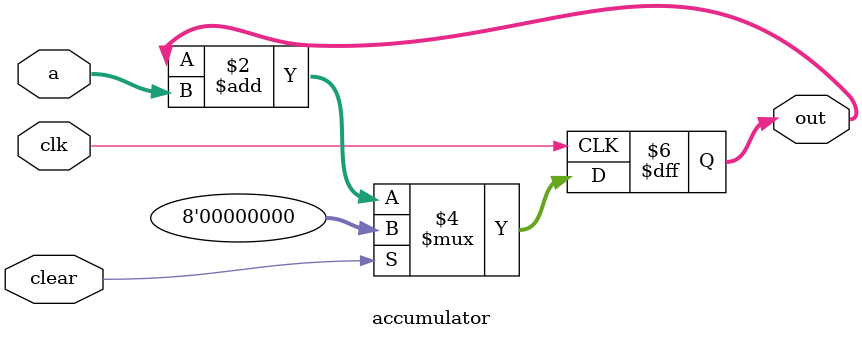
<source format=v>
module accumulator #(
	parameter word_size = 8
)(
	a,
	out,
	clk,
	clear
);

input clk, clear;
input [0:word_size-1] a;
output reg [0:word_size-1] out;

always @(posedge clk)
begin
	if(clear) out <= 0;
	else out <= out+a;
end

endmodule 
</source>
